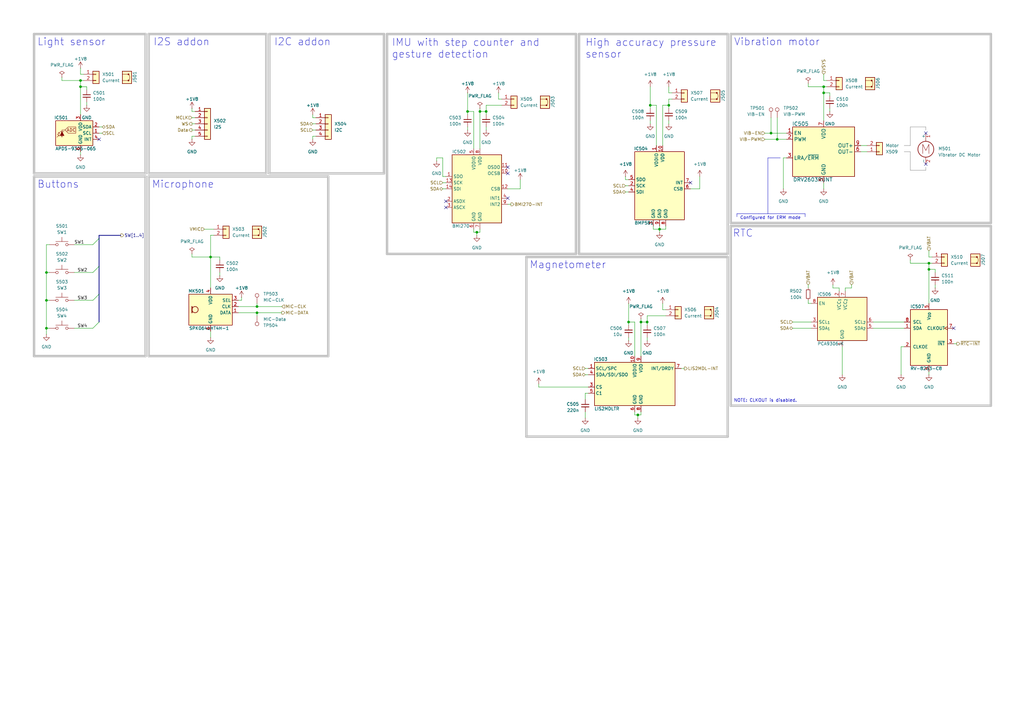
<source format=kicad_sch>
(kicad_sch (version 20250114) (generator "eeschema") (generator_version "9.0")
  (paper "A3")
  (title_block (title "Peripherals") (date "2025-07-13") (rev "${REVISION}") (company "${COMPANY}"))
  (text "Vibration motor" (at 300.99 19.05 0) (effects (font (size 3 3)) (justify left bottom)))
  (text "I2S addon" (at 62.865 19.05 0) (effects (font (size 3 3)) (justify left bottom)))
  (text "I2C addon" (at 112.395 19.05 0) (effects (font (size 3 3)) (justify left bottom)))
  (text "Magnetometer" (at 217.17 110.49 0) (effects (font (size 3 3)) (justify left bottom)))
  (text "Configured for ERM mode" (at 303.53 90.17 0) (effects (font (size 1.27 1.27)) (justify left bottom)))
  (text "High accuracy pressure\nsensor" (at 240.03 24.13 0) (effects (font (size 3 3)) (justify left bottom)))
  (text "Buttons" (at 15.24 77.47 0) (effects (font (size 3 3)) (justify left bottom)))
  (text "RTC" (at 300.482 97.536 0) (effects (font (size 3 3)) (justify left bottom)))
  (text "Microphone" (at 62.23 77.47 0) (effects (font (size 3 3)) (justify left bottom)))
  (text "Light sensor" (at 15.24 19.05 0) (effects (font (size 3 3)) (justify left bottom)))
  (text "IMU with step counter and\ngesture detection" (at 160.655 24.13 0) (effects (font (size 3 3)) (justify left bottom)))
  (text "NOTE: CLKOUT is disabled." (at 300.99 165.1 0) (effects (font (size 1.27 1.27)) (justify left bottom)))
  (junction (at 262.89 132.08))
  (junction (at 196.85 45.72))
  (junction (at 381 110.49))
  (junction (at 19.05 134.62))
  (junction (at 337.82 35.56))
  (junction (at 105.41 128.27))
  (junction (at 199.39 45.72))
  (junction (at 195.58 95.25))
  (junction (at 86.36 105.41))
  (junction (at 318.77 57.15))
  (junction (at 261.62 170.18))
  (junction (at 257.81 132.08))
  (junction (at 270.51 93.98))
  (junction (at 381 107.95))
  (junction (at 19.05 111.76))
  (junction (at 337.82 38.1))
  (junction (at 274.32 43.18))
  (junction (at 265.43 132.08))
  (junction (at 266.7 43.18))
  (junction (at 19.05 123.19))
  (junction (at 33.02 35.56))
  (junction (at 33.02 33.02))
  (junction (at 105.41 125.73))
  (junction (at 316.23 54.61))
  (junction (at 191.77 45.72))
  (no_connect (at 208.28 81.28))
  (no_connect (at 182.88 82.55))
  (no_connect (at 208.28 71.12))
  (no_connect (at 391.16 134.62))
  (no_connect (at 208.28 68.58))
  (no_connect (at 379.73 54.61))
  (no_connect (at 283.21 74.93))
  (no_connect (at 379.73 67.31))
  (no_connect (at 40.64 57.15))
  (no_connect (at 182.88 85.09))
  (bus_entry (at 38.1 123.19) (size 2.54 -2.54))
  (bus_entry (at 38.1 111.76) (size 2.54 -2.54))
  (bus_entry (at 38.1 134.62) (size 2.54 -2.54))
  (bus_entry (at 40.64 97.79) (size -2.54 2.54))
  (wire (pts (xy 269.24 43.18) (xy 269.24 59.69)))
  (wire (pts (xy 381 110.49) (xy 383.54 110.49)))
  (wire (pts (xy 99.06 121.92) (xy 99.06 123.19)))
  (wire (pts (xy 38.1 100.33) (xy 30.48 100.33)))
  (polyline (pts (xy 59.69 146.05) (xy 13.97 146.05)) (stroke (width 1) (type solid) (color 194 194 194 1)))
  (wire (pts (xy 331.47 35.56) (xy 331.47 34.29)))
  (polyline (pts (xy 134.62 72.39) (xy 134.62 146.05)) (stroke (width 1) (type solid) (color 194 194 194 1)))
  (wire (pts (xy 331.47 123.19) (xy 331.47 124.46)))
  (wire (pts (xy 30.48 111.76) (xy 38.1 111.76)))
  (wire (pts (xy 331.47 116.84) (xy 331.47 118.11)))
  (wire (pts (xy 337.82 38.1) (xy 340.36 38.1)))
  (wire (pts (xy 83.82 93.98) (xy 87.63 93.98)))
  (wire (pts (xy 262.89 132.08) (xy 265.43 132.08)))
  (wire (pts (xy 381 107.95) (xy 381 110.49)))
  (wire (pts (xy 267.97 92.71) (xy 267.97 93.98)))
  (wire (pts (xy 194.31 95.25) (xy 195.58 95.25)))
  (wire (pts (xy 208.28 77.47) (xy 213.36 77.47)))
  (wire (pts (xy 270.51 93.98) (xy 270.51 95.25)))
  (wire (pts (xy 349.25 116.84) (xy 349.25 118.11)))
  (wire (pts (xy 199.39 43.18) (xy 199.39 45.72)))
  (wire (pts (xy 80.01 55.88) (xy 78.74 55.88)))
  (polyline (pts (xy 406.4 92.71) (xy 299.72 92.71)) (stroke (width 1) (type solid) (color 194 194 194 1)))
  (wire (pts (xy 274.32 43.18) (xy 271.78 43.18)))
  (wire (pts (xy 19.05 111.76) (xy 19.05 123.19)))
  (wire (pts (xy 90.17 111.76) (xy 90.17 113.03)))
  (wire (pts (xy 196.85 93.98) (xy 196.85 95.25)))
  (polyline (pts (xy 236.22 104.14) (xy 158.75 104.14)) (stroke (width 1) (type solid) (color 194 194 194 1)))
  (wire (pts (xy 191.77 38.1) (xy 191.77 45.72)))
  (polyline (pts (xy 215.9 105.41) (xy 298.45 105.41)) (stroke (width 1) (type solid) (color 194 194 194 1)))
  (polyline (pts (xy 60.96 71.12) (xy 109.22 71.12)) (stroke (width 1) (type solid) (color 194 194 194 1)))
  (wire (pts (xy 261.62 171.45) (xy 261.62 170.18)))
  (wire (pts (xy 191.77 52.07) (xy 191.77 53.34)))
  (wire (pts (xy 257.81 78.74) (xy 256.54 78.74)))
  (wire (pts (xy 373.38 107.95) (xy 373.38 106.68)))
  (polyline (pts (xy 237.49 13.97) (xy 237.49 104.14)) (stroke (width 1) (type solid) (color 194 194 194 1)))
  (wire (pts (xy 337.82 35.56) (xy 331.47 35.56)))
  (wire (pts (xy 129.54 48.26) (xy 128.27 48.26)))
  (wire (pts (xy 20.32 123.19) (xy 19.05 123.19)))
  (wire (pts (xy 35.56 36.83) (xy 35.56 35.56)))
  (polyline (pts (xy 157.48 71.12) (xy 157.48 13.97)) (stroke (width 1) (type solid) (color 194 194 194 1)))
  (wire (pts (xy 382.27 105.41) (xy 381 105.41)))
  (wire (pts (xy 279.4 151.13) (xy 280.67 151.13)))
  (polyline (pts (xy 236.22 13.97) (xy 236.22 104.14)) (stroke (width 1) (type solid) (color 194 194 194 1)))
  (wire (pts (xy 313.69 57.15) (xy 318.77 57.15)))
  (wire (pts (xy 20.32 100.33) (xy 19.05 100.33)))
  (wire (pts (xy 19.05 100.33) (xy 19.05 111.76)))
  (wire (pts (xy 337.82 74.93) (xy 337.82 77.47)))
  (wire (pts (xy 274.32 49.53) (xy 274.32 50.8)))
  (wire (pts (xy 331.47 124.46) (xy 332.74 124.46)))
  (wire (pts (xy 204.47 40.64) (xy 205.74 40.64)))
  (polyline (pts (xy 237.49 13.97) (xy 298.45 13.97)) (stroke (width 1) (type solid) (color 194 194 194 1)))
  (wire (pts (xy 275.59 40.64) (xy 274.32 40.64)))
  (wire (pts (xy 337.82 35.56) (xy 337.82 38.1)))
  (wire (pts (xy 86.36 105.41) (xy 86.36 118.11)))
  (wire (pts (xy 181.61 77.47) (xy 182.88 77.47)))
  (polyline (pts (xy 109.22 71.12) (xy 109.22 13.97)) (stroke (width 1) (type solid) (color 194 194 194 1)))
  (wire (pts (xy 78.74 55.88) (xy 78.74 57.15)))
  (wire (pts (xy 20.32 134.62) (xy 19.05 134.62)))
  (wire (pts (xy 256.54 73.66) (xy 256.54 72.39)))
  (polyline (pts (xy 13.97 13.97) (xy 59.69 13.97)) (stroke (width 1) (type solid) (color 194 194 194 1)))
  (wire (pts (xy 345.44 142.24) (xy 345.44 153.67)))
  (wire (pts (xy 97.79 128.27) (xy 105.41 128.27)))
  (wire (pts (xy 265.43 132.08) (xy 265.43 133.35)))
  (wire (pts (xy 383.54 116.84) (xy 383.54 118.11)))
  (wire (pts (xy 358.14 132.08) (xy 370.84 132.08)))
  (wire (pts (xy 266.7 43.18) (xy 266.7 44.45)))
  (wire (pts (xy 344.17 118.11) (xy 344.17 119.38)))
  (wire (pts (xy 19.05 134.62) (xy 19.05 137.16)))
  (wire (pts (xy 196.85 45.72) (xy 196.85 60.96)))
  (bus (pts (xy 40.64 96.52) (xy 49.53 96.52)))
  (wire (pts (xy 341.63 116.84) (xy 341.63 118.11)))
  (polyline (pts (xy 330.2 87.63) (xy 330.2 88.9)))
  (wire (pts (xy 381 102.87) (xy 381 105.41)))
  (wire (pts (xy 318.77 57.15) (xy 322.58 57.15)))
  (polyline (pts (xy 406.4 92.71) (xy 406.4 166.37)) (stroke (width 1) (type solid) (color 194 194 194 1)))
  (wire (pts (xy 266.7 43.18) (xy 269.24 43.18)))
  (wire (pts (xy 128.27 55.88) (xy 128.27 57.15)))
  (wire (pts (xy 80.01 45.72) (xy 78.74 45.72)))
  (wire (pts (xy 97.79 123.19) (xy 99.06 123.19)))
  (wire (pts (xy 97.79 125.73) (xy 105.41 125.73)))
  (polyline (pts (xy 60.96 71.12) (xy 60.96 13.97)) (stroke (width 1) (type solid) (color 194 194 194 1)))
  (wire (pts (xy 340.36 38.1) (xy 340.36 39.37)))
  (wire (pts (xy 204.47 38.1) (xy 204.47 40.64)))
  (wire (pts (xy 195.58 95.25) (xy 195.58 96.52)))
  (wire (pts (xy 19.05 123.19) (xy 19.05 134.62)))
  (wire (pts (xy 78.74 48.26) (xy 80.01 48.26)))
  (polyline (pts (xy 60.96 72.39) (xy 60.96 146.05)) (stroke (width 1) (type solid) (color 194 194 194 1)))
  (polyline (pts (xy 298.45 13.97) (xy 298.45 104.14)) (stroke (width 1) (type solid) (color 194 194 194 1)))
  (wire (pts (xy 240.03 153.67) (xy 241.3 153.67)))
  (wire (pts (xy 208.28 83.82) (xy 209.55 83.82)))
  (polyline (pts (xy 299.72 166.37) (xy 406.4 166.37)) (stroke (width 1) (type solid) (color 194 194 194 1)))
  (polyline (pts (xy 13.97 13.97) (xy 13.97 71.12)) (stroke (width 1) (type solid) (color 194 194 194 1)))
  (wire (pts (xy 339.09 33.02) (xy 337.82 33.02)))
  (wire (pts (xy 87.63 96.52) (xy 86.36 96.52)))
  (wire (pts (xy 182.88 72.39) (xy 181.61 72.39)))
  (polyline (pts (xy 59.69 13.97) (xy 59.69 71.12)) (stroke (width 1) (type solid) (color 194 194 194 1)))
  (polyline (pts (xy 298.45 104.14) (xy 237.49 104.14)) (stroke (width 1) (type solid) (color 194 194 194 1)))
  (wire (pts (xy 105.41 125.73) (xy 115.57 125.73)))
  (wire (pts (xy 86.36 105.41) (xy 78.74 105.41)))
  (wire (pts (xy 316.23 54.61) (xy 322.58 54.61)))
  (wire (pts (xy 129.54 55.88) (xy 128.27 55.88)))
  (wire (pts (xy 318.77 48.26) (xy 318.77 57.15)))
  (wire (pts (xy 353.06 59.69) (xy 355.6 59.69)))
  (wire (pts (xy 181.61 64.77) (xy 179.07 64.77)))
  (wire (pts (xy 313.69 54.61) (xy 316.23 54.61)))
  (wire (pts (xy 181.61 72.39) (xy 181.61 64.77)))
  (wire (pts (xy 273.05 129.54) (xy 265.43 129.54)))
  (polyline (pts (xy 60.96 146.05) (xy 134.62 146.05)) (stroke (width 1) (type solid) (color 194 194 194 1)))
  (polyline (pts (xy 110.49 13.97) (xy 157.48 13.97)) (stroke (width 1) (type solid) (color 194 194 194 1)))
  (wire (pts (xy 33.02 35.56) (xy 35.56 35.56)))
  (wire (pts (xy 358.14 134.62) (xy 370.84 134.62)))
  (wire (pts (xy 128.27 46.99) (xy 128.27 48.26)))
  (wire (pts (xy 260.35 168.91) (xy 260.35 170.18)))
  (wire (pts (xy 194.31 45.72) (xy 191.77 45.72)))
  (wire (pts (xy 273.05 127) (xy 271.78 127)))
  (wire (pts (xy 33.02 33.02) (xy 25.4 33.02)))
  (wire (pts (xy 240.03 168.91) (xy 240.03 171.45)))
  (wire (pts (xy 194.31 93.98) (xy 194.31 95.25)))
  (wire (pts (xy 321.31 64.77) (xy 321.31 77.47)))
  (polyline (pts (xy 379.73 69.85) (xy 373.38 69.85)) (stroke (width 0) (type solid) (color 132 132 132 1)))
  (wire (pts (xy 34.29 33.02) (xy 33.02 33.02)))
  (wire (pts (xy 275.59 38.1) (xy 274.32 38.1)))
  (wire (pts (xy 369.57 153.67) (xy 369.57 142.24)))
  (polyline (pts (xy 158.75 13.97) (xy 236.22 13.97)) (stroke (width 1) (type solid) (color 194 194 194 1)))
  (polyline (pts (xy 298.45 179.07) (xy 215.9 179.07)) (stroke (width 1) (type solid) (color 194 194 194 1)))
  (wire (pts (xy 78.74 53.34) (xy 80.01 53.34)))
  (wire (pts (xy 274.32 35.56) (xy 274.32 38.1)))
  (polyline (pts (xy 406.4 13.97) (xy 406.4 91.44)) (stroke (width 1) (type solid) (color 194 194 194 1)))
  (wire (pts (xy 261.62 170.18) (xy 260.35 170.18)))
  (wire (pts (xy 33.02 33.02) (xy 33.02 35.56)))
  (polyline (pts (xy 110.49 71.12) (xy 110.49 13.97)) (stroke (width 1) (type solid) (color 194 194 194 1)))
  (polyline (pts (xy 320.04 64.77) (xy 314.96 64.77)))
  (wire (pts (xy 240.03 161.29) (xy 241.3 161.29)))
  (polyline (pts (xy 311.15 87.63) (xy 330.2 87.63)))
  (wire (pts (xy 257.81 138.43) (xy 257.81 139.7)))
  (polyline (pts (xy 13.97 72.39) (xy 13.97 146.05)) (stroke (width 1) (type solid) (color 194 194 194 1)))
  (wire (pts (xy 265.43 129.54) (xy 265.43 132.08)))
  (wire (pts (xy 20.32 111.76) (xy 19.05 111.76)))
  (polyline (pts (xy 373.38 52.07) (xy 379.73 52.07)) (stroke (width 0) (type solid) (color 132 132 132 1)))
  (wire (pts (xy 241.3 158.75) (xy 220.98 158.75)))
  (wire (pts (xy 346.71 118.11) (xy 346.71 119.38)))
  (wire (pts (xy 33.02 62.23) (xy 33.02 63.5)))
  (bus (pts (xy 40.64 109.22) (xy 40.64 120.65)))
  (wire (pts (xy 273.05 93.98) (xy 270.51 93.98)))
  (wire (pts (xy 213.36 77.47) (xy 213.36 73.66)))
  (wire (pts (xy 90.17 105.41) (xy 86.36 105.41)))
  (wire (pts (xy 337.82 30.48) (xy 337.82 33.02)))
  (wire (pts (xy 325.12 132.08) (xy 332.74 132.08)))
  (polyline (pts (xy 158.75 13.97) (xy 158.75 104.14)) (stroke (width 1) (type solid) (color 194 194 194 1)))
  (wire (pts (xy 30.48 134.62) (xy 38.1 134.62)))
  (polyline (pts (xy 59.69 72.39) (xy 59.69 146.05)) (stroke (width 1) (type solid) (color 194 194 194 1)))
  (wire (pts (xy 316.23 48.26) (xy 316.23 54.61)))
  (wire (pts (xy 105.41 128.27) (xy 105.41 129.54)))
  (wire (pts (xy 199.39 45.72) (xy 199.39 46.99)))
  (wire (pts (xy 256.54 76.2) (xy 257.81 76.2)))
  (polyline (pts (xy 379.73 52.07) (xy 379.73 53.34)) (stroke (width 0) (type solid) (color 132 132 132 1)))
  (wire (pts (xy 40.64 54.61) (xy 41.91 54.61)))
  (wire (pts (xy 30.48 123.19) (xy 38.1 123.19)))
  (wire (pts (xy 179.07 64.77) (xy 179.07 66.04)))
  (wire (pts (xy 78.74 105.41) (xy 78.74 104.14)))
  (wire (pts (xy 194.31 60.96) (xy 194.31 45.72)))
  (wire (pts (xy 383.54 111.76) (xy 383.54 110.49)))
  (wire (pts (xy 105.41 124.46) (xy 105.41 125.73)))
  (wire (pts (xy 287.02 72.39) (xy 287.02 77.47)))
  (wire (pts (xy 33.02 27.94) (xy 33.02 30.48)))
  (wire (pts (xy 381 153.67) (xy 381 152.4)))
  (wire (pts (xy 240.03 151.13) (xy 241.3 151.13)))
  (polyline (pts (xy 60.96 13.97) (xy 109.22 13.97)) (stroke (width 1) (type solid) (color 194 194 194 1)))
  (bus (pts (xy 40.64 96.52) (xy 40.64 97.79)))
  (wire (pts (xy 40.64 52.07) (xy 41.91 52.07)))
  (polyline (pts (xy 59.69 72.39) (xy 13.97 72.39)) (stroke (width 1) (type solid) (color 194 194 194 1)))
  (wire (pts (xy 257.81 132.08) (xy 260.35 132.08)))
  (wire (pts (xy 369.57 142.24) (xy 370.84 142.24)))
  (wire (pts (xy 128.27 53.34) (xy 129.54 53.34)))
  (polyline (pts (xy 311.15 87.63) (xy 302.26 87.63)))
  (wire (pts (xy 381 107.95) (xy 373.38 107.95)))
  (wire (pts (xy 196.85 45.72) (xy 199.39 45.72)))
  (wire (pts (xy 382.27 107.95) (xy 381 107.95)))
  (wire (pts (xy 199.39 52.07) (xy 199.39 53.34)))
  (polyline (pts (xy 370.84 62.23) (xy 373.38 62.23)) (stroke (width 0) (type solid) (color 132 132 132 1)))
  (wire (pts (xy 191.77 45.72) (xy 191.77 46.99)))
  (wire (pts (xy 196.85 95.25) (xy 195.58 95.25)))
  (wire (pts (xy 270.51 92.71) (xy 270.51 93.98)))
  (polyline (pts (xy 59.69 71.12) (xy 13.97 71.12)) (stroke (width 1) (type solid) (color 194 194 194 1)))
  (wire (pts (xy 262.89 132.08) (xy 262.89 146.05)))
  (wire (pts (xy 205.74 43.18) (xy 199.39 43.18)))
  (polyline (pts (xy 299.72 91.44) (xy 406.4 91.44)) (stroke (width 1) (type solid) (color 194 194 194 1)))
  (wire (pts (xy 34.29 30.48) (xy 33.02 30.48)))
  (wire (pts (xy 270.51 93.98) (xy 267.97 93.98)))
  (wire (pts (xy 220.98 157.48) (xy 220.98 158.75)))
  (polyline (pts (xy 370.84 59.69) (xy 373.38 59.69)) (stroke (width 0) (type solid) (color 132 132 132 1)))
  (wire (pts (xy 322.58 64.77) (xy 321.31 64.77)))
  (polyline (pts (xy 379.73 68.58) (xy 379.73 69.85)) (stroke (width 0) (type solid) (color 132 132 132 1)))
  (wire (pts (xy 181.61 74.93) (xy 182.88 74.93)))
  (wire (pts (xy 274.32 43.18) (xy 274.32 44.45)))
  (wire (pts (xy 78.74 50.8) (xy 80.01 50.8)))
  (wire (pts (xy 271.78 124.46) (xy 271.78 127)))
  (wire (pts (xy 381 124.46) (xy 381 110.49)))
  (wire (pts (xy 266.7 35.56) (xy 266.7 43.18)))
  (wire (pts (xy 196.85 44.45) (xy 196.85 45.72)))
  (polyline (pts (xy 299.72 92.71) (xy 299.72 166.37)) (stroke (width 1) (type solid) (color 194 194 194 1)))
  (wire (pts (xy 337.82 38.1) (xy 337.82 49.53)))
  (wire (pts (xy 349.25 118.11) (xy 346.71 118.11)))
  (wire (pts (xy 90.17 105.41) (xy 90.17 106.68)))
  (wire (pts (xy 261.62 170.18) (xy 262.89 170.18)))
  (wire (pts (xy 257.81 133.35) (xy 257.81 132.08)))
  (wire (pts (xy 391.16 140.97) (xy 392.43 140.97)))
  (wire (pts (xy 287.02 77.47) (xy 283.21 77.47)))
  (wire (pts (xy 105.41 128.27) (xy 115.57 128.27)))
  (wire (pts (xy 86.36 96.52) (xy 86.36 105.41)))
  (wire (pts (xy 339.09 35.56) (xy 337.82 35.56)))
  (wire (pts (xy 260.35 132.08) (xy 260.35 146.05)))
  (polyline (pts (xy 373.38 69.85) (xy 373.38 62.23)) (stroke (width 0) (type solid) (color 132 132 132 1)))
  (wire (pts (xy 353.06 62.23) (xy 355.6 62.23)))
  (polyline (pts (xy 314.96 64.77) (xy 314.96 87.63)))
  (wire (pts (xy 35.56 41.91) (xy 35.56 43.18)))
  (wire (pts (xy 325.12 134.62) (xy 332.74 134.62)))
  (polyline (pts (xy 373.38 59.69) (xy 373.38 52.07)) (stroke (width 0) (type solid) (color 132 132 132 1)))
  (wire (pts (xy 257.81 73.66) (xy 256.54 73.66)))
  (polyline (pts (xy 60.96 72.39) (xy 134.62 72.39)) (stroke (width 1) (type solid) (color 194 194 194 1)))
  (polyline (pts (xy 302.26 87.63) (xy 302.26 88.9)))
  (wire (pts (xy 271.78 43.18) (xy 271.78 59.69)))
  (wire (pts (xy 128.27 50.8) (xy 129.54 50.8)))
  (wire (pts (xy 274.32 40.64) (xy 274.32 43.18)))
  (wire (pts (xy 78.74 44.45) (xy 78.74 45.72)))
  (wire (pts (xy 86.36 135.89) (xy 86.36 138.43)))
  (wire (pts (xy 266.7 49.53) (xy 266.7 50.8)))
  (wire (pts (xy 257.81 124.46) (xy 257.81 132.08)))
  (polyline (pts (xy 298.45 105.41) (xy 298.45 179.07)) (stroke (width 1) (type solid) (color 194 194 194 1)))
  (wire (pts (xy 33.02 35.56) (xy 33.02 46.99)))
  (wire (pts (xy 25.4 33.02) (xy 25.4 31.75)))
  (wire (pts (xy 273.05 92.71) (xy 273.05 93.98)))
  (polyline (pts (xy 406.4 13.97) (xy 299.72 13.97)) (stroke (width 1) (type solid) (color 194 194 194 1)))
  (bus (pts (xy 40.64 97.79) (xy 40.64 109.22)))
  (bus (pts (xy 40.64 120.65) (xy 40.64 132.08)))
  (polyline (pts (xy 299.72 13.97) (xy 299.72 91.44)) (stroke (width 1) (type solid) (color 194 194 194 1)))
  (polyline (pts (xy 215.9 105.41) (xy 215.9 179.07)) (stroke (width 1) (type solid) (color 194 194 194 1)))
  (wire (pts (xy 340.36 44.45) (xy 340.36 45.72)))
  (wire (pts (xy 262.89 130.81) (xy 262.89 132.08)))
  (wire (pts (xy 265.43 139.7) (xy 265.43 138.43)))
  (wire (pts (xy 341.63 118.11) (xy 344.17 118.11)))
  (wire (pts (xy 240.03 163.83) (xy 240.03 161.29)))
  (polyline (pts (xy 110.49 71.12) (xy 157.48 71.12)) (stroke (width 1) (type solid) (color 194 194 194 1)))
  (wire (pts (xy 262.89 170.18) (xy 262.89 168.91)))
  (label "SW3" (at 31.75 123.19 0))
  (label "SW4" (at 31.75 134.62 0))
  (label "SW1" (at 30.48 100.33 0))
  (label "SW2" (at 31.75 111.76 0))
  (hierarchical_label "LIS2MDL-INT" (shape output) (at 280.67 151.13 0))
  (hierarchical_label "MIC-DATA" (shape output) (at 115.57 128.27 0))
  (hierarchical_label "VSYS" (shape input) (at 337.82 30.48 90))
  (hierarchical_label "SCL" (shape input) (at 41.91 54.61 0))
  (hierarchical_label "MCLK" (shape input) (at 78.74 48.26 180))
  (hierarchical_label "SCL" (shape input) (at 240.03 151.13 180))
  (hierarchical_label "VBAT" (shape input) (at 349.25 116.84 90))
  (hierarchical_label "SDA" (shape bidirectional) (at 325.12 134.62 180))
  (hierarchical_label "VIB-EN" (shape input) (at 313.69 54.61 180))
  (hierarchical_label "SW[1..4]" (shape output) (at 49.53 96.52 0))
  (hierarchical_label "SCL" (shape input) (at 128.27 53.34 180))
  (hierarchical_label "SDA" (shape bidirectional) (at 240.03 153.67 180))
  (hierarchical_label "VBAT" (shape input) (at 331.47 116.84 90))
  (hierarchical_label "WS" (shape output) (at 78.74 50.8 180))
  (hierarchical_label "BMI270-INT" (shape output) (at 209.55 83.82 0))
  (hierarchical_label "SCL" (shape input) (at 325.12 132.08 180))
  (hierarchical_label "~{RTC-INT}" (shape output) (at 392.43 140.97 0))
  (hierarchical_label "SDA" (shape bidirectional) (at 181.61 77.47 180))
  (hierarchical_label "SDA" (shape bidirectional) (at 128.27 50.8 180))
  (hierarchical_label "VBAT" (shape input) (at 381 102.87 90))
  (hierarchical_label "SCL" (shape input) (at 181.61 74.93 180))
  (hierarchical_label "SDA" (shape bidirectional) (at 41.91 52.07 0))
  (hierarchical_label "MIC-CLK" (shape input) (at 115.57 125.73 0))
  (hierarchical_label "Data" (shape output) (at 78.74 53.34 180))
  (hierarchical_label "SDA" (shape bidirectional) (at 256.54 78.74 180))
  (hierarchical_label "SCL" (shape input) (at 256.54 76.2 180))
  (hierarchical_label "VIB-PWM" (shape input) (at 313.69 57.15 180))
  (hierarchical_label "VMIC" (shape input) (at 83.82 93.98 180))
  (symbol (lib_id "Connector_Generic:Conn_01x02") (at 360.68 62.23 0) (mirror x) (unit 1)
    (property "Reference" "X509" (at 363.22 62.23 0) (effects (justify left)))
    (property "Value" "Motor" (at 363.22 59.69 0) (effects (justify left)))
    (property "Footprint" "Molex:78171-0002" (effects (hide yes)))
    (property "Datasheet" "https://www.molex.com/en-us/products/part-detail-pdf/781710002?display=pdf" (effects (hide yes)))
    (property "Description" "Generic connector, single row, 01x02, script generated (kicad-library-utils/schlib/autogen/connector/)" (effects (hide yes)))
    (property "manf" "Molex" (effects (hide yes)))
    (property "manf#" "78171-0002" (effects (hide yes)))
    (property "mouser#" "538-78171-0002" (effects (hide yes)))
  )
  (symbol (lib_id "Switch:SW_Push") (at 25.4 123.19 0) (unit 1)
    (property "Reference" "S503" (at 25.4 115.57 0))
    (property "Value" "SW3" (at 25.4 118.11 0))
    (property "Footprint" "Wuerth:WS-TASV-6x6" (effects (hide yes)))
    (property "Datasheet" "https://www.we-online.com/components/products/datasheet/430182050816.pdf" (effects (hide yes)))
    (property "Description" "Push button switch, generic, two pins" (effects (hide yes)))
    (property "manf" "Wurth Elektronik" (effects (hide yes)))
    (property "manf#" "430182050816" (effects (hide yes)))
    (property "mouser#" "710-430182050816" (effects (hide yes)))
  )
  (symbol (lib_id "power:GND") (at 257.81 139.7 0) (unit 1)
    (property "Reference" "#PWR0524" (effects (hide yes)))
    (property "Value" "GND" (at 257.81 144.78 0))
    (property "Description" "Power symbol creates a global label with name \"GND\" , ground" (effects (hide yes)))
  )
  (symbol (lib_id "power:GND") (at 261.62 171.45 0) (unit 1)
    (property "Reference" "#PWR0525" (effects (hide yes)))
    (property "Value" "GND" (at 261.62 176.53 0))
    (property "Description" "Power symbol creates a global label with name \"GND\" , ground" (effects (hide yes)))
  )
  (symbol (lib_id "power:PWR_FLAG") (at 331.47 34.29 0) (unit 1)
    (property "Reference" "#FLG0505" (effects (hide yes)))
    (property "Value" "PWR_FLAG" (at 331.47 29.21 0))
    (property "Description" "Special symbol for telling ERC where power comes from" (effects (hide yes)))
  )
  (symbol (lib_id "Connector_Generic:Conn_01x02") (at 280.67 38.1 0) (unit 1)
    (property "Reference" "X507" (at 283.21 38.0999 0) (effects (justify left)))
    (property "Value" "Current" (at 283.21 40.6399 0) (effects (justify left)))
    (property "Footprint" "Connector_PinHeader_2.54mm:PinHeader_1x02_P2.54mm_Vertical" (effects (hide yes)))
    (property "Datasheet" "https://cdn.amphenol-cs.com/media/wysiwyg/files/documentation/datasheet/boardwiretoboard/bwb_bergstik.pdf" (effects (hide yes)))
    (property "Description" "Generic connector, single row, 01x02, script generated (kicad-library-utils/schlib/autogen/connector/)" (effects (hide yes)))
    (property "manf" "Amphenol FCI" (effects (hide yes)))
    (property "manf#" "77311-818-02LF" (effects (hide yes)))
    (property "mouser#" "649-77311-818-02LF" (effects (hide yes)))
  )
  (symbol (lib_id "power:PWR_FLAG") (at 196.85 44.45 0) (unit 1)
    (property "Reference" "#FLG0503" (effects (hide yes)))
    (property "Value" "PWR_FLAG" (at 196.85 39.37 0))
    (property "Description" "Special symbol for telling ERC where power comes from" (effects (hide yes)))
  )
  (symbol (lib_id "power:PWR_FLAG") (at 373.38 106.68 0) (unit 1)
    (property "Reference" "#FLG0506" (effects (hide yes)))
    (property "Value" "PWR_FLAG" (at 373.38 101.6 0))
    (property "Description" "Special symbol for telling ERC where power comes from" (effects (hide yes)))
  )
  (symbol (lib_id "power:GND") (at 369.57 153.67 0) (unit 1)
    (property "Reference" "#PWR0539" (effects (hide yes)))
    (property "Value" "GND" (at 369.57 158.75 0))
    (property "Description" "Power symbol creates a global label with name \"GND\" , ground" (effects (hide yes)))
  )
  (symbol (lib_id "Misc:Jumper") (at 400.05 106.68 180) (unit 1) (on_board no)
    (property "Reference" "J507" (at 403.225 104.14 90) (effects (justify left)))
    (property "Value" "Jumper" (effects (hide yes)))
    (property "Datasheet" "https://www.we-online.com/katalog/datasheet/60900213421.pdf" (effects (hide yes)))
    (property "Description" "Generic jumper cap" (effects (hide yes)))
    (property "manf" "Würth Elektronik" (effects (hide yes)))
    (property "manf#" "60900213421" (effects (hide yes)))
    (property "mouser#" "710-60900213421" (effects (hide yes)))
  )
  (symbol (lib_id "Device:C_Small") (at 265.43 135.89 0) (mirror y) (unit 1)
    (property "Reference" "C507" (at 267.97 134.6263 0) (effects (justify right)))
    (property "Value" "100n" (at 267.97 137.1663 0) (effects (justify right)))
    (property "Footprint" "Capacitor_SMD:C_0402_1005Metric" (effects (hide yes)))
    (property "Datasheet" "https://datasheets.kyocera-avx.com/KGM_X7R.pdf" (effects (hide yes)))
    (property "Description" "Unpolarized capacitor, small symbol" (effects (hide yes)))
    (property "manf" "KYOCERA AVX" (effects (hide yes)))
    (property "manf#" "0402ZC104KAT4A" (effects (hide yes)))
    (property "mouser#" "581-0402ZC104KAT4A" (effects (hide yes)))
  )
  (symbol (lib_id "power:+1V8") (at 274.32 35.56 0) (unit 1)
    (property "Reference" "#PWR0531" (effects (hide yes)))
    (property "Value" "+1V8" (at 274.32 30.48 0))
    (property "Description" "Power symbol creates a global label with name \"+1V8\"" (effects (hide yes)))
  )
  (symbol (lib_id "Micro Crystal:RV-8263-C8") (at 381 138.43 0) (unit 1)
    (property "Reference" "IC507" (at 373.38 125.73 0) (effects (justify left)))
    (property "Value" "RV-8263-C8" (at 373.38 151.13 0) (effects (justify left)))
    (property "Footprint" "Micro Crystal:RV-8263-C8" (effects (hide yes)))
    (property "Datasheet" "https://www.microcrystal.com/fileadmin/Media/Products/RTC/Datasheet/RV-8263-C8.pdf" (effects (hide yes)))
    (property "manf" "Micro Crystal" (effects (hide yes)))
    (property "manf#" "RV-8263-C8 32.768kHz-20PPM-TA-QA" (effects (hide yes)))
    (property "mouser#" "428-204291-MC01" (effects (hide yes)))
  )
  (symbol (lib_id "Device:C_Small") (at 383.54 114.3 0) (mirror y) (unit 1)
    (property "Reference" "C511" (at 386.08 113.0363 0) (effects (justify right)))
    (property "Value" "100n" (at 386.08 115.5763 0) (effects (justify right)))
    (property "Footprint" "Capacitor_SMD:C_0402_1005Metric" (effects (hide yes)))
    (property "Datasheet" "https://datasheets.kyocera-avx.com/KGM_X7R.pdf" (effects (hide yes)))
    (property "Description" "Unpolarized capacitor, small symbol" (effects (hide yes)))
    (property "manf" "KYOCERA AVX" (effects (hide yes)))
    (property "manf#" "0402ZC104KAT4A" (effects (hide yes)))
    (property "mouser#" "581-0402ZC104KAT4A" (effects (hide yes)))
  )
  (symbol (lib_id "power:GND") (at 90.17 113.03 0) (unit 1)
    (property "Reference" "#PWR0509" (effects (hide yes)))
    (property "Value" "GND" (at 90.17 118.11 0))
    (property "Description" "Power symbol creates a global label with name \"GND\" , ground" (effects (hide yes)))
  )
  (symbol (lib_id "power:GND") (at 33.02 63.5 0) (unit 1)
    (property "Reference" "#PWR0503" (effects (hide yes)))
    (property "Value" "GND" (at 33.02 68.58 0))
    (property "Description" "Power symbol creates a global label with name \"GND\" , ground" (effects (hide yes)))
  )
  (symbol (lib_id "Device:C_Small") (at 266.7 46.99 180) (unit 1)
    (property "Reference" "C508" (at 264.16 45.7136 0) (effects (justify left)))
    (property "Value" "100n" (at 264.16 48.2536 0) (effects (justify left)))
    (property "Footprint" "Capacitor_SMD:C_0402_1005Metric" (effects (hide yes)))
    (property "Datasheet" "https://datasheets.kyocera-avx.com/KGM_X7R.pdf" (effects (hide yes)))
    (property "Description" "Unpolarized capacitor, small symbol" (effects (hide yes)))
    (property "manf" "KYOCERA AVX" (effects (hide yes)))
    (property "manf#" "0402ZC104KAT4A" (effects (hide yes)))
    (property "mouser#" "581-0402ZC104KAT4A" (effects (hide yes)))
  )
  (symbol (lib_id "power:PWR_FLAG") (at 78.74 104.14 0) (unit 1)
    (property "Reference" "#FLG0502" (effects (hide yes)))
    (property "Value" "PWR_FLAG" (at 78.74 99.06 0))
    (property "Description" "Special symbol for telling ERC where power comes from" (effects (hide yes)))
  )
  (symbol (lib_id "Connector_Generic:Conn_01x02") (at 278.13 127 0) (unit 1)
    (property "Reference" "X506" (at 280.67 126.9999 0) (effects (justify left)))
    (property "Value" "Current" (at 280.67 129.5399 0) (effects (justify left)))
    (property "Footprint" "Connector_PinHeader_2.54mm:PinHeader_1x02_P2.54mm_Vertical" (effects (hide yes)))
    (property "Datasheet" "https://cdn.amphenol-cs.com/media/wysiwyg/files/documentation/datasheet/boardwiretoboard/bwb_bergstik.pdf" (effects (hide yes)))
    (property "Description" "Generic connector, single row, 01x02, script generated (kicad-library-utils/schlib/autogen/connector/)" (effects (hide yes)))
    (property "manf" "Amphenol FCI" (effects (hide yes)))
    (property "manf#" "77311-818-02LF" (effects (hide yes)))
    (property "mouser#" "649-77311-818-02LF" (effects (hide yes)))
  )
  (symbol (lib_id "power:GND") (at 199.39 53.34 0) (unit 1)
    (property "Reference" "#PWR0518" (effects (hide yes)))
    (property "Value" "GND" (at 199.39 58.42 0))
    (property "Description" "Power symbol creates a global label with name \"GND\" , ground" (effects (hide yes)))
  )
  (symbol (lib_id "Motor:Motor_DC") (at 379.73 59.69 0) (unit 1) (in_bom no) (on_board no)
    (property "Reference" "M501" (at 384.81 60.9599 0) (effects (justify left)))
    (property "Value" "Vibrator DC Motor" (at 384.81 63.4999 0) (effects (justify left)))
    (property "Description" "DC Motor" (effects (hide yes)))
    (property "manf" "Vybronics Inc" (effects (hide yes)))
    (property "manf#" "VC1027B902F" (effects (hide yes)))
    (property "digikey#" "1670-VC1027B902F-ND" (effects (hide yes)))
  )
  (symbol (lib_id "Texas Instruments:DRV2603RUNT") (at 337.82 60.96 0) (unit 1)
    (property "Reference" "IC505" (at 328.295 50.8 0) (effects (font (size 1.524 1.524))))
    (property "Value" "DRV2603RUNT" (at 333.375 73.66 0) (effects (font (size 1.524 1.524))))
    (property "Footprint" "Package_QFN:WQFN-10_2x2mm_P0.5mm" (effects (hide yes)))
    (property "Datasheet" "https://www.ti.com/lit/ds/symlink/drv2603.pdf?HQS=dis-mous-null-mousermode-dsf-pf-null-wwe&ts=1692200896697&ref_url=https%253A%252F%252Feu.mouser.com%252F" (effects (hide yes)))
    (property "manf" "Texas Instruments" (effects (hide yes)))
    (property "manf#" "DRV2603RUNT" (effects (hide yes)))
    (property "mouser#" "595-DRV2603RUNT" (effects (hide yes)))
  )
  (symbol (lib_id "Misc:Jumper") (at 52.07 31.75 180) (unit 1) (on_board no)
    (property "Reference" "J501" (at 55.245 29.21 90) (effects (justify left)))
    (property "Value" "Jumper" (effects (hide yes)))
    (property "Datasheet" "https://www.we-online.com/katalog/datasheet/60900213421.pdf" (effects (hide yes)))
    (property "Description" "Generic jumper cap" (effects (hide yes)))
    (property "manf" "Würth Elektronik" (effects (hide yes)))
    (property "manf#" "60900213421" (effects (hide yes)))
    (property "mouser#" "710-60900213421" (effects (hide yes)))
  )
  (symbol (lib_id "Device:C_Small") (at 240.03 166.37 0) (unit 1)
    (property "Reference" "C505" (at 237.49 165.7413 0) (effects (justify right)))
    (property "Value" "220n" (at 237.49 168.2813 0) (effects (justify right)))
    (property "Footprint" "Capacitor_SMD:C_0402_1005Metric" (effects (hide yes)))
    (property "Datasheet" "https://datasheets.kyocera-avx.com/KGM_X7R.pdf" (effects (hide yes)))
    (property "Description" "Unpolarized capacitor, small symbol" (effects (hide yes)))
    (property "manf" "KYOCERA AVX" (effects (hide yes)))
    (property "manf#" "04023C224KAT2A" (effects (hide yes)))
    (property "mouser#" "581-04023C224KAT2A" (effects (hide yes)))
  )
  (symbol (lib_id "power:+1V8") (at 287.02 72.39 0) (unit 1)
    (property "Reference" "#PWR0533" (effects (hide yes)))
    (property "Value" "+1V8" (at 287.02 67.31 0))
    (property "Description" "Power symbol creates a global label with name \"+1V8\"" (effects (hide yes)))
  )
  (symbol (lib_id "power:+1V8") (at 99.06 121.92 0) (unit 1)
    (property "Reference" "#PWR0510" (effects (hide yes)))
    (property "Value" "+1V8" (at 99.06 118.11 0))
    (property "Description" "Power symbol creates a global label with name \"+1V8\"" (effects (hide yes)))
  )
  (symbol (lib_id "Misc:Jumper") (at 356.87 34.29 180) (unit 1) (on_board no)
    (property "Reference" "J506" (at 360.045 31.75 90) (effects (justify left)))
    (property "Value" "Jumper" (effects (hide yes)))
    (property "Datasheet" "https://www.we-online.com/katalog/datasheet/60900213421.pdf" (effects (hide yes)))
    (property "Description" "Generic jumper cap" (effects (hide yes)))
    (property "manf" "Würth Elektronik" (effects (hide yes)))
    (property "manf#" "60900213421" (effects (hide yes)))
    (property "mouser#" "710-60900213421" (effects (hide yes)))
  )
  (symbol (lib_id "power:GND") (at 274.32 50.8 0) (mirror y) (unit 1)
    (property "Reference" "#PWR0532" (effects (hide yes)))
    (property "Value" "GND" (at 274.32 55.88 0))
    (property "Description" "Power symbol creates a global label with name \"GND\" , ground" (effects (hide yes)))
  )
  (symbol (lib_id "Bosch_Kampi:BMI270") (at 195.58 77.47 0) (unit 1)
    (property "Reference" "IC502" (at 185.42 62.23 0) (effects (justify left)))
    (property "Value" "BMI270" (at 185.42 92.71 0) (effects (justify left)))
    (property "Footprint" "Package_LGA_Kampi:Bosch_LGA-14_3x2.5mm_P0.5mm_LayoutBorder3x4y" (effects (hide yes)))
    (property "Datasheet" "https://www.bosch-sensortec.com/media/boschsensortec/downloads/datasheets/bst-bmi270-ds000.pdf" (effects (hide yes)))
    (property "manf" "Bosch" (effects (hide yes)))
    (property "manf#" "BMI270" (effects (hide yes)))
    (property "mouser#" "262-BMI270" (effects (hide yes)))
  )
  (symbol (lib_id "Device:C_Small") (at 274.32 46.99 0) (mirror y) (unit 1)
    (property "Reference" "C509" (at 276.86 45.7263 0) (effects (justify right)))
    (property "Value" "100n" (at 276.86 48.2663 0) (effects (justify right)))
    (property "Footprint" "Capacitor_SMD:C_0402_1005Metric" (effects (hide yes)))
    (property "Datasheet" "https://datasheets.kyocera-avx.com/KGM_X7R.pdf" (effects (hide yes)))
    (property "Description" "Unpolarized capacitor, small symbol" (effects (hide yes)))
    (property "manf" "KYOCERA AVX" (effects (hide yes)))
    (property "manf#" "0402ZC104KAT4A" (effects (hide yes)))
    (property "mouser#" "581-0402ZC104KAT4A" (effects (hide yes)))
  )
  (symbol (lib_id "Misc:Jumper") (at 105.41 95.25 180) (unit 1) (on_board no)
    (property "Reference" "J502" (at 108.585 92.71 90) (effects (justify left)))
    (property "Value" "Jumper" (effects (hide yes)))
    (property "Datasheet" "https://www.we-online.com/katalog/datasheet/60900213421.pdf" (effects (hide yes)))
    (property "Description" "Generic jumper cap" (effects (hide yes)))
    (property "manf" "Würth Elektronik" (effects (hide yes)))
    (property "manf#" "60900213421" (effects (hide yes)))
    (property "mouser#" "710-60900213421" (effects (hide yes)))
  )
  (symbol (lib_id "power:PWR_FLAG") (at 25.4 31.75 0) (unit 1)
    (property "Reference" "#FLG0501" (effects (hide yes)))
    (property "Value" "PWR_FLAG" (at 25.4 26.67 0))
    (property "Description" "Special symbol for telling ERC where power comes from" (effects (hide yes)))
  )
  (symbol (lib_id "Sensor_Optical:APDS-9306-065") (at 30.48 54.61 0) (unit 1)
    (property "Reference" "IC501" (at 27.94 48.26 0) (effects (justify right)))
    (property "Value" "APDS-9306-065" (at 39.37 60.96 0) (effects (justify right)))
    (property "Footprint" "Broadcom:Broadcom_DFN-6_2x2mm_P0.65mm" (effects (hide yes)))
    (property "Datasheet" "https://docs.broadcom.com/docs/AV02-4755EN" (effects (hide yes)))
    (property "Description" "Ambient Light Sensor, I2C interface, 1.7-3.6V, DFN-6" (effects (hide yes)))
    (property "manf" "Broadcom / Avago" (effects (hide yes)))
    (property "manf#" "APDS-9306-065" (effects (hide yes)))
    (property "mouser#" "630-APDS-9306-065" (effects (hide yes)))
  )
  (symbol (lib_id "Switch:SW_Push") (at 25.4 134.62 0) (mirror y) (unit 1)
    (property "Reference" "S504" (at 25.4 127 0))
    (property "Value" "SW4" (at 25.4 129.54 0))
    (property "Footprint" "Wuerth:WS-TASV-6x6" (effects (hide yes)))
    (property "Datasheet" "https://www.we-online.com/components/products/datasheet/430182050816.pdf" (effects (hide yes)))
    (property "Description" "Push button switch, generic, two pins" (effects (hide yes)))
    (property "manf" "Wurth Elektronik" (effects (hide yes)))
    (property "manf#" "430182050816" (effects (hide yes)))
    (property "mouser#" "710-430182050816" (effects (hide yes)))
  )
  (symbol (lib_id "power:GND") (at 321.31 77.47 0) (unit 1)
    (property "Reference" "#PWR0534" (effects (hide yes)))
    (property "Value" "GND" (at 321.31 82.55 0))
    (property "Description" "Power symbol creates a global label with name \"GND\" , ground" (effects (hide yes)))
  )
  (symbol (lib_id "Device:C_Small") (at 191.77 49.53 0) (unit 1)
    (property "Reference" "C503" (at 189.23 48.2663 0) (effects (justify right)))
    (property "Value" "100n" (at 189.23 50.8063 0) (effects (justify right)))
    (property "Footprint" "Capacitor_SMD:C_0402_1005Metric" (effects (hide yes)))
    (property "Datasheet" "https://datasheets.kyocera-avx.com/KGM_X7R.pdf" (effects (hide yes)))
    (property "Description" "Unpolarized capacitor, small symbol" (effects (hide yes)))
    (property "manf" "KYOCERA AVX" (effects (hide yes)))
    (property "manf#" "0402ZC104KAT4A" (effects (hide yes)))
    (property "mouser#" "581-0402ZC104KAT4A" (effects (hide yes)))
  )
  (symbol (lib_id "power:GND") (at 240.03 171.45 0) (unit 1)
    (property "Reference" "#PWR0521" (effects (hide yes)))
    (property "Value" "GND" (at 240.03 176.53 0))
    (property "Description" "Power symbol creates a global label with name \"GND\" , ground" (effects (hide yes)))
  )
  (symbol (lib_id "Connector:TestPoint") (at 318.77 48.26 0) (unit 1) (in_bom no)
    (property "Reference" "TP502" (at 321.31 44.323 0) (effects (justify left)))
    (property "Value" "VIB-PWM" (at 321.31 46.863 0) (effects (justify left)))
    (property "Footprint" "Testpoints:TestPoint_Pad_D1.0mm" (effects (hide yes)))
    (property "Description" "test point" (effects (hide yes)))
  )
  (symbol (lib_id "power:GND") (at 270.51 95.25 0) (unit 1)
    (property "Reference" "#PWR0530" (effects (hide yes)))
    (property "Value" "GND" (at 270.51 100.33 0))
    (property "Description" "Power symbol creates a global label with name \"GND\" , ground" (effects (hide yes)))
  )
  (symbol (lib_id "power:GND") (at 35.56 43.18 0) (unit 1)
    (property "Reference" "#PWR0504" (effects (hide yes)))
    (property "Value" "GND" (at 35.56 48.26 0))
    (property "Description" "Power symbol creates a global label with name \"GND\" , ground" (effects (hide yes)))
  )
  (symbol (lib_id "Connector_Generic:Conn_01x02") (at 92.71 93.98 0) (unit 1)
    (property "Reference" "X503" (at 95.25 93.9799 0) (effects (justify left)))
    (property "Value" "Current" (at 95.25 96.5199 0) (effects (justify left)))
    (property "Footprint" "Connector_PinHeader_2.54mm:PinHeader_1x02_P2.54mm_Vertical" (effects (hide yes)))
    (property "Datasheet" "https://cdn.amphenol-cs.com/media/wysiwyg/files/documentation/datasheet/boardwiretoboard/bwb_bergstik.pdf" (effects (hide yes)))
    (property "Description" "Generic connector, single row, 01x02, script generated (kicad-library-utils/schlib/autogen/connector/)" (effects (hide yes)))
    (property "manf" "Amphenol FCI" (effects (hide yes)))
    (property "manf#" "77311-818-02LF" (effects (hide yes)))
    (property "mouser#" "649-77311-818-02LF" (effects (hide yes)))
  )
  (symbol (lib_id "Device:C_Small") (at 35.56 39.37 0) (mirror y) (unit 1)
    (property "Reference" "C501" (at 38.1 38.1063 0) (effects (justify right)))
    (property "Value" "100n" (at 38.1 40.6463 0) (effects (justify right)))
    (property "Footprint" "Capacitor_SMD:C_0402_1005Metric" (effects (hide yes)))
    (property "Datasheet" "https://datasheets.kyocera-avx.com/KGM_X7R.pdf" (effects (hide yes)))
    (property "Description" "Unpolarized capacitor, small symbol" (effects (hide yes)))
    (property "manf" "KYOCERA AVX" (effects (hide yes)))
    (property "manf#" "0402ZC104KAT4A" (effects (hide yes)))
    (property "mouser#" "581-0402ZC104KAT4A" (effects (hide yes)))
  )
  (symbol (lib_id "ST:LIS2MDLTR") (at 261.62 158.75 0) (unit 1)
    (property "Reference" "IC503" (at 246.38 147.32 0))
    (property "Value" "LIS2MDLTR" (at 248.92 167.64 0))
    (property "Footprint" "Package_LGA_Kampi:LGA-12_2x2mm_P0.5mm" (effects (hide yes)))
    (property "Datasheet" "http://www.st.com/content/ccc/resource/technical/document/datasheet/group3/29/13/d1/e0/9a/4d/4f/30/DM00395193/files/DM00395193.pdf/jcr:content/translations/en.DM00395193.pdf" (effects (hide yes)))
    (property "manf" "STMicroelectronics" (effects (hide yes)))
    (property "manf#" "LIS2MDLTR" (effects (hide yes)))
    (property "mouser#" "511-LIS2MDLTR" (effects (hide yes)))
  )
  (symbol (lib_id "Device:R_Small") (at 331.47 120.65 0) (mirror x) (unit 1)
    (property "Reference" "R502" (at 328.93 119.38 0) (effects (justify right)))
    (property "Value" "100k" (at 328.93 121.92 0) (effects (justify right)))
    (property "Footprint" "Resistor_SMD:R_0402_1005Metric" (effects (hide yes)))
    (property "Datasheet" "https://www.mouser.com/catalog/specsheets/YAGEO_PYu_RC_Group_51_RoHS_L_12.pdf" (effects (hide yes)))
    (property "Description" "Resistor, small symbol" (effects (hide yes)))
    (property "manf" "YAGEO" (effects (hide yes)))
    (property "manf#" "RC0404FR-07100KL" (effects (hide yes)))
    (property "mouser#" "603-RC0404FR-07100KL" (effects (hide yes)))
  )
  (symbol (lib_id "power:+1V8") (at 341.63 116.84 0) (unit 1)
    (property "Reference" "#PWR0537" (effects (hide yes)))
    (property "Value" "+1V8" (at 341.63 111.76 0))
    (property "Description" "Power symbol creates a global label with name \"+1V8\"" (effects (hide yes)))
  )
  (symbol (lib_id "power:+1V8") (at 266.7 35.56 0) (unit 1)
    (property "Reference" "#PWR0528" (effects (hide yes)))
    (property "Value" "+1V8" (at 266.7 30.48 0))
    (property "Description" "Power symbol creates a global label with name \"+1V8\"" (effects (hide yes)))
  )
  (symbol (lib_id "power:+1V8") (at 271.78 124.46 0) (unit 1)
    (property "Reference" "#PWR0526" (effects (hide yes)))
    (property "Value" "+1V8" (at 271.78 119.38 0))
    (property "Description" "Power symbol creates a global label with name \"+1V8\"" (effects (hide yes)))
  )
  (symbol (lib_id "power:+1V8") (at 256.54 72.39 0) (unit 1)
    (property "Reference" "#PWR0522" (effects (hide yes)))
    (property "Value" "+1V8" (at 256.54 67.31 0))
    (property "Description" "Power symbol creates a global label with name \"+1V8\"" (effects (hide yes)))
  )
  (symbol (lib_id "Misc:Jumper") (at 293.37 39.37 180) (unit 1) (on_board no)
    (property "Reference" "J505" (at 296.545 36.83 90) (effects (justify left)))
    (property "Value" "Jumper" (effects (hide yes)))
    (property "Datasheet" "https://www.we-online.com/katalog/datasheet/60900213421.pdf" (effects (hide yes)))
    (property "Description" "Generic jumper cap" (effects (hide yes)))
    (property "manf" "Würth Elektronik" (effects (hide yes)))
    (property "manf#" "60900213421" (effects (hide yes)))
    (property "mouser#" "710-60900213421" (effects (hide yes)))
  )
  (symbol (lib_id "power:GND") (at 179.07 66.04 0) (unit 1)
    (property "Reference" "#PWR0513" (effects (hide yes)))
    (property "Value" "GND" (at 179.07 71.12 0))
    (property "Description" "Power symbol creates a global label with name \"GND\" , ground" (effects (hide yes)))
  )
  (symbol (lib_id "power:GND") (at 191.77 53.34 0) (unit 1)
    (property "Reference" "#PWR0515" (effects (hide yes)))
    (property "Value" "GND" (at 191.77 58.42 0))
    (property "Description" "Power symbol creates a global label with name \"GND\" , ground" (effects (hide yes)))
  )
  (symbol (lib_id "Connector_Generic:Conn_01x02") (at 344.17 33.02 0) (unit 1)
    (property "Reference" "X508" (at 346.71 33.0199 0) (effects (justify left)))
    (property "Value" "Current" (at 346.71 35.5599 0) (effects (justify left)))
    (property "Footprint" "Connector_PinHeader_2.54mm:PinHeader_1x02_P2.54mm_Vertical" (effects (hide yes)))
    (property "Datasheet" "https://cdn.amphenol-cs.com/media/wysiwyg/files/documentation/datasheet/boardwiretoboard/bwb_bergstik.pdf" (effects (hide yes)))
    (property "Description" "Generic connector, single row, 01x02, script generated (kicad-library-utils/schlib/autogen/connector/)" (effects (hide yes)))
    (property "manf" "Amphenol FCI" (effects (hide yes)))
    (property "manf#" "77311-818-02LF" (effects (hide yes)))
    (property "mouser#" "649-77311-818-02LF" (effects (hide yes)))
  )
  (symbol (lib_id "power:+1V8") (at 191.77 38.1 0) (unit 1)
    (property "Reference" "#PWR0514" (effects (hide yes)))
    (property "Value" "+1V8" (at 191.77 34.29 0))
    (property "Description" "Power symbol creates a global label with name \"+1V8\"" (effects (hide yes)))
  )
  (symbol (lib_id "power:GND") (at 86.36 138.43 0) (unit 1)
    (property "Reference" "#PWR0508" (effects (hide yes)))
    (property "Value" "GND" (at 86.36 143.51 0))
    (property "Description" "Power symbol creates a global label with name \"GND\" , ground" (effects (hide yes)))
  )
  (symbol (lib_id "Device:C_Small") (at 340.36 41.91 0) (unit 1)
    (property "Reference" "C510" (at 342.9 40.6463 0) (effects (justify left)))
    (property "Value" "100n" (at 342.9 43.1863 0) (effects (justify left)))
    (property "Footprint" "Capacitor_SMD:C_0402_1005Metric" (effects (hide yes)))
    (property "Datasheet" "https://datasheets.kyocera-avx.com/KGM_X7R.pdf" (effects (hide yes)))
    (property "Description" "Unpolarized capacitor, small symbol" (effects (hide yes)))
    (property "manf" "KYOCERA AVX" (effects (hide yes)))
    (property "manf#" "0402ZC104KAT4A" (effects (hide yes)))
    (property "mouser#" "581-0402ZC104KAT4A" (effects (hide yes)))
  )
  (symbol (lib_id "Switch:SW_Push") (at 25.4 100.33 0) (mirror y) (unit 1)
    (property "Reference" "S501" (at 25.4 92.71 0))
    (property "Value" "SW1" (at 25.4 95.25 0))
    (property "Footprint" "Wuerth:WS-TASV-6x6" (effects (hide yes)))
    (property "Datasheet" "https://www.we-online.com/components/products/datasheet/430182050816.pdf" (effects (hide yes)))
    (property "Description" "Push button switch, generic, two pins" (effects (hide yes)))
    (property "manf" "Wurth Elektronik" (effects (hide yes)))
    (property "manf#" "430182050816" (effects (hide yes)))
    (property "mouser#" "710-430182050816" (effects (hide yes)))
  )
  (symbol (lib_id "Connector_Generic:Conn_01x05") (at 85.09 50.8 0) (unit 1)
    (property "Reference" "X502" (at 87.63 49.5299 0) (effects (justify left)))
    (property "Value" "I2S" (at 87.63 52.0699 0) (effects (justify left)))
    (property "Footprint" "Connector_PinHeader_2.54mm:PinHeader_1x05_P2.54mm_Vertical" (effects (hide yes)))
    (property "Datasheet" "https://cdn.amphenol-cs.com/media/wysiwyg/files/documentation/datasheet/boardwiretoboard/bwb_bergstik.pdf" (effects (hide yes)))
    (property "Description" "Generic connector, single row, 01x05, script generated (kicad-library-utils/schlib/autogen/connector/)" (effects (hide yes)))
    (property "manf" "Amphenol FCI" (effects (hide yes)))
    (property "manf#" "77311-818-05LF" (effects (hide yes)))
    (property "mouser#" "649-77311-818-05LF" (effects (hide yes)))
  )
  (symbol (lib_id "Connector:TestPoint") (at 105.41 129.54 0) (mirror x) (unit 1) (in_bom no)
    (property "Reference" "TP504" (at 107.95 133.477 0) (effects (justify left)))
    (property "Value" "MIC-Data" (at 107.95 130.937 0) (effects (justify left)))
    (property "Footprint" "Testpoints:TestPoint_Pad_D1.0mm" (effects (hide yes)))
    (property "Description" "test point" (effects (hide yes)))
  )
  (symbol (lib_id "power:+1V8") (at 33.02 27.94 0) (unit 1)
    (property "Reference" "#PWR0502" (effects (hide yes)))
    (property "Value" "+1V8" (at 33.02 24.13 0))
    (property "Description" "Power symbol creates a global label with name \"+1V8\"" (effects (hide yes)))
  )
  (symbol (lib_id "power:GND") (at 195.58 96.52 0) (unit 1)
    (property "Reference" "#PWR0516" (effects (hide yes)))
    (property "Value" "GND" (at 195.58 101.6 0))
    (property "Description" "Power symbol creates a global label with name \"GND\" , ground" (effects (hide yes)))
  )
  (symbol (lib_id "power:GND") (at 345.44 153.67 0) (unit 1)
    (property "Reference" "#PWR0538" (effects (hide yes)))
    (property "Value" "GND" (at 345.44 158.75 0))
    (property "Description" "Power symbol creates a global label with name \"GND\" , ground" (effects (hide yes)))
  )
  (symbol (lib_id "power:+1V8") (at 128.27 46.99 0) (unit 1)
    (property "Reference" "#PWR0511" (effects (hide yes)))
    (property "Value" "+1V8" (at 128.27 43.18 0))
    (property "Description" "Power symbol creates a global label with name \"+1V8\"" (effects (hide yes)))
  )
  (symbol (lib_id "Connector_Generic:Conn_01x02") (at 387.35 105.41 0) (unit 1)
    (property "Reference" "X510" (at 389.89 105.4099 0) (effects (justify left)))
    (property "Value" "Current" (at 389.89 107.9499 0) (effects (justify left)))
    (property "Footprint" "Connector_PinHeader_2.54mm:PinHeader_1x02_P2.54mm_Vertical" (effects (hide yes)))
    (property "Datasheet" "https://cdn.amphenol-cs.com/media/wysiwyg/files/documentation/datasheet/boardwiretoboard/bwb_bergstik.pdf" (effects (hide yes)))
    (property "Description" "Generic connector, single row, 01x02, script generated (kicad-library-utils/schlib/autogen/connector/)" (effects (hide yes)))
    (property "manf" "Amphenol FCI" (effects (hide yes)))
    (property "manf#" "77311-818-02LF" (effects (hide yes)))
    (property "mouser#" "649-77311-818-02LF" (effects (hide yes)))
  )
  (symbol (lib_id "Connector:TestPoint") (at 316.23 48.26 0) (mirror y) (unit 1) (in_bom no)
    (property "Reference" "TP501" (at 313.69 44.323 0) (effects (justify left)))
    (property "Value" "VIB-EN" (at 313.69 46.863 0) (effects (justify left)))
    (property "Footprint" "Testpoints:TestPoint_Pad_D1.0mm" (effects (hide yes)))
    (property "Description" "test point" (effects (hide yes)))
  )
  (symbol (lib_id "Switch:SW_Push") (at 25.4 111.76 0) (unit 1)
    (property "Reference" "S502" (at 25.4 104.14 0))
    (property "Value" "SW2" (at 25.4 106.68 0))
    (property "Footprint" "Wuerth:WS-TASV-6x6" (effects (hide yes)))
    (property "Datasheet" "https://www.we-online.com/components/products/datasheet/430182050816.pdf" (effects (hide yes)))
    (property "Description" "Push button switch, generic, two pins" (effects (hide yes)))
    (property "manf" "Wurth Elektronik" (effects (hide yes)))
    (property "manf#" "430182050816" (effects (hide yes)))
    (property "mouser#" "710-430182050816" (effects (hide yes)))
  )
  (symbol (lib_id "power:GND") (at 78.74 57.15 0) (unit 1)
    (property "Reference" "#PWR0506" (effects (hide yes)))
    (property "Value" "GND" (at 78.74 62.23 0))
    (property "Description" "Power symbol creates a global label with name \"GND\" , ground" (effects (hide yes)))
  )
  (symbol (lib_id "Connector:TestPoint") (at 105.41 124.46 0) (unit 1) (in_bom no)
    (property "Reference" "TP503" (at 107.95 120.523 0) (effects (justify left)))
    (property "Value" "MIC-CLK" (at 107.95 123.063 0) (effects (justify left)))
    (property "Footprint" "Testpoints:TestPoint_Pad_D1.0mm" (effects (hide yes)))
    (property "Description" "test point" (effects (hide yes)))
  )
  (symbol (lib_id "Misc:Jumper") (at 290.83 128.27 180) (unit 1) (on_board no)
    (property "Reference" "J504" (at 294.005 125.73 90) (effects (justify left)))
    (property "Value" "Jumper" (effects (hide yes)))
    (property "Datasheet" "https://www.we-online.com/katalog/datasheet/60900213421.pdf" (effects (hide yes)))
    (property "Description" "Generic jumper cap" (effects (hide yes)))
    (property "manf" "Würth Elektronik" (effects (hide yes)))
    (property "manf#" "60900213421" (effects (hide yes)))
    (property "mouser#" "710-60900213421" (effects (hide yes)))
  )
  (symbol (lib_id "power:GND") (at 340.36 45.72 0) (unit 1)
    (property "Reference" "#PWR0536" (effects (hide yes)))
    (property "Value" "GND" (at 340.36 50.8 0))
    (property "Description" "Power symbol creates a global label with name \"GND\" , ground" (effects (hide yes)))
  )
  (symbol (lib_id "power:+1V8") (at 204.47 38.1 0) (unit 1)
    (property "Reference" "#PWR0517" (effects (hide yes)))
    (property "Value" "+1V8" (at 204.47 34.29 0))
    (property "Description" "Power symbol creates a global label with name \"+1V8\"" (effects (hide yes)))
  )
  (symbol (lib_id "Connector_Generic:Conn_01x02") (at 210.82 40.64 0) (unit 1)
    (property "Reference" "X505" (at 213.36 40.6399 0) (effects (justify left)))
    (property "Value" "Current" (at 213.36 43.1799 0) (effects (justify left)))
    (property "Footprint" "Connector_PinHeader_2.54mm:PinHeader_1x02_P2.54mm_Vertical" (effects (hide yes)))
    (property "Datasheet" "https://cdn.amphenol-cs.com/media/wysiwyg/files/documentation/datasheet/boardwiretoboard/bwb_bergstik.pdf" (effects (hide yes)))
    (property "Description" "Generic connector, single row, 01x02, script generated (kicad-library-utils/schlib/autogen/connector/)" (effects (hide yes)))
    (property "manf" "Amphenol FCI" (effects (hide yes)))
    (property "manf#" "77311-818-02LF" (effects (hide yes)))
    (property "mouser#" "649-77311-818-02LF" (effects (hide yes)))
  )
  (symbol (lib_id "Knowles:SPK0641HT4H-1") (at 86.36 127 0) (unit 1)
    (property "Reference" "MK501" (at 83.82 119.38 0) (effects (justify right)))
    (property "Value" "SPK0641HT4H-1" (at 93.98 134.62 0) (effects (justify right)))
    (property "Footprint" "Knowles:SPK0641HT4H-1" (effects (hide yes)))
    (property "Datasheet" "https://www.knowles.com/docs/default-source/default-document-library/sph0645lm4h-1-datasheet.pdf" (effects (hide yes)))
    (property "Description" "Digital MEMS Microphone" (effects (hide yes)))
    (property "manf" "Knowles" (effects (hide yes)))
    (property "manf#" "SPK0641HT4H-1" (effects (hide yes)))
    (property "mouser#" "721-SPK0641HT4H-1" (effects (hide yes)))
  )
  (symbol (lib_id "power:GND") (at 266.7 50.8 0) (unit 1)
    (property "Reference" "#PWR0529" (effects (hide yes)))
    (property "Value" "GND" (at 266.7 55.88 0))
    (property "Description" "Power symbol creates a global label with name \"GND\" , ground" (effects (hide yes)))
  )
  (symbol (lib_id "NXP:PCA9306JK") (at 345.44 130.81 0) (unit 1)
    (property "Reference" "IC506" (at 335.28 120.65 0) (effects (justify left)))
    (property "Value" "PCA9306JK" (at 335.28 140.97 0) (effects (justify left)))
    (property "Footprint" "Package_SON_Kampi:XSON-8_0.65x0.17mm_P0.35mm" (effects (hide yes)))
    (property "Datasheet" "https://www.nxp.com/docs/en/data-sheet/PCA9306.pdf" (effects (hide yes)))
    (property "Description" "Dual bidirectional I2C Bus and SMBus voltage level translator" (effects (hide yes)))
    (property "manf" "NXP Semiconductors" (effects (hide yes)))
    (property "manf#" "PCA9306JKZ" (effects (hide yes)))
    (property "mouser#" "771-PCA9306JKZ" (effects (hide yes)))
  )
  (symbol (lib_id "Connector_Generic:Conn_01x02") (at 39.37 30.48 0) (unit 1)
    (property "Reference" "X501" (at 41.91 30.4799 0) (effects (justify left)))
    (property "Value" "Current" (at 41.91 33.0199 0) (effects (justify left)))
    (property "Footprint" "Connector_PinHeader_2.54mm:PinHeader_1x02_P2.54mm_Vertical" (effects (hide yes)))
    (property "Datasheet" "https://cdn.amphenol-cs.com/media/wysiwyg/files/documentation/datasheet/boardwiretoboard/bwb_bergstik.pdf" (effects (hide yes)))
    (property "Description" "Generic connector, single row, 01x02, script generated (kicad-library-utils/schlib/autogen/connector/)" (effects (hide yes)))
    (property "manf" "Amphenol FCI" (effects (hide yes)))
    (property "manf#" "77311-818-02LF" (effects (hide yes)))
    (property "mouser#" "649-77311-818-02LF" (effects (hide yes)))
  )
  (symbol (lib_id "Device:C_Small") (at 90.17 109.22 0) (mirror y) (unit 1)
    (property "Reference" "C502" (at 92.71 107.9563 0) (effects (justify right)))
    (property "Value" "100n" (at 92.71 110.4963 0) (effects (justify right)))
    (property "Footprint" "Capacitor_SMD:C_0402_1005Metric" (effects (hide yes)))
    (property "Datasheet" "https://datasheets.kyocera-avx.com/KGM_X7R.pdf" (effects (hide yes)))
    (property "Description" "Unpolarized capacitor, small symbol" (effects (hide yes)))
    (property "manf" "KYOCERA AVX" (effects (hide yes)))
    (property "manf#" "0402ZC104KAT4A" (effects (hide yes)))
    (property "mouser#" "581-0402ZC104KAT4A" (effects (hide yes)))
  )
  (symbol (lib_id "power:GND") (at 19.05 137.16 0) (unit 1)
    (property "Reference" "#PWR0501" (effects (hide yes)))
    (property "Value" "GND" (at 19.05 142.24 0))
    (property "Description" "Power symbol creates a global label with name \"GND\" , ground" (effects (hide yes)))
  )
  (symbol (lib_id "Connector_Generic:Conn_01x04") (at 134.62 50.8 0) (unit 1)
    (property "Reference" "X504" (at 137.16 50.7999 0) (effects (justify left)))
    (property "Value" "I2C" (at 137.16 53.3399 0) (effects (justify left)))
    (property "Footprint" "Connector_PinHeader_2.54mm:PinHeader_1x04_P2.54mm_Vertical" (effects (hide yes)))
    (property "Datasheet" "https://cdn.amphenol-cs.com/media/wysiwyg/files/documentation/datasheet/boardwiretoboard/bwb_bergstik.pdf" (effects (hide yes)))
    (property "Description" "Generic connector, single row, 01x04, script generated (kicad-library-utils/schlib/autogen/connector/)" (effects (hide yes)))
    (property "manf" "Amphenol FCI" (effects (hide yes)))
    (property "manf#" "77311-818-02LF" (effects (hide yes)))
    (property "mouser#" "649-77311-818-02LF" (effects (hide yes)))
  )
  (symbol (lib_id "power:GND") (at 383.54 118.11 0) (unit 1)
    (property "Reference" "#PWR0541" (effects (hide yes)))
    (property "Value" "GND" (at 383.54 123.19 0))
    (property "Description" "Power symbol creates a global label with name \"GND\" , ground" (effects (hide yes)))
  )
  (symbol (lib_id "power:+1V8") (at 220.98 157.48 0) (unit 1)
    (property "Reference" "#PWR0520" (effects (hide yes)))
    (property "Value" "+1V8" (at 220.98 152.4 0))
    (property "Description" "Power symbol creates a global label with name \"+1V8\"" (effects (hide yes)))
  )
  (symbol (lib_id "power:GND") (at 337.82 77.47 0) (unit 1)
    (property "Reference" "#PWR0535" (effects (hide yes)))
    (property "Value" "GND" (at 337.82 82.55 0))
    (property "Description" "Power symbol creates a global label with name \"GND\" , ground" (effects (hide yes)))
  )
  (symbol (lib_id "power:+1V8") (at 213.36 73.66 0) (unit 1)
    (property "Reference" "#PWR0519" (effects (hide yes)))
    (property "Value" "+1V8" (at 213.36 69.85 0))
    (property "Description" "Power symbol creates a global label with name \"+1V8\"" (effects (hide yes)))
  )
  (symbol (lib_id "power:PWR_FLAG") (at 262.89 130.81 0) (unit 1)
    (property "Reference" "#FLG0504" (effects (hide yes)))
    (property "Value" "PWR_FLAG" (at 262.89 125.73 0))
    (property "Description" "Special symbol for telling ERC where power comes from" (effects (hide yes)))
  )
  (symbol (lib_id "power:GND") (at 128.27 57.15 0) (unit 1)
    (property "Reference" "#PWR0512" (effects (hide yes)))
    (property "Value" "GND" (at 128.27 62.23 0))
    (property "Description" "Power symbol creates a global label with name \"GND\" , ground" (effects (hide yes)))
  )
  (symbol (lib_id "power:GND") (at 381 153.67 0) (unit 1)
    (property "Reference" "#PWR0540" (effects (hide yes)))
    (property "Value" "GND" (at 381 158.75 0))
    (property "Description" "Power symbol creates a global label with name \"GND\" , ground" (effects (hide yes)))
  )
  (symbol (lib_id "Bosch_Kampi:BMP581") (at 270.51 76.2 0) (unit 1)
    (property "Reference" "IC504" (at 262.89 60.96 0))
    (property "Value" "BMP581" (at 264.16 91.44 0))
    (property "Footprint" "Package_LGA_Kampi:Bosch_LGA-10_2x2mm_P0.5mm_ClockwisePinNumbering" (effects (hide yes)))
    (property "Datasheet" "https://www.bosch-sensortec.com/media/boschsensortec/downloads/datasheets/bst-bmp581-ds004.pdf" (effects (hide yes)))
    (property "manf" "Bosch" (effects (hide yes)))
    (property "manf#" "BMP581" (effects (hide yes)))
    (property "mouser#" "262-BMP581" (effects (hide yes)))
  )
  (symbol (lib_id "power:GND") (at 265.43 139.7 0) (unit 1)
    (property "Reference" "#PWR0527" (effects (hide yes)))
    (property "Value" "GND" (at 265.43 144.78 0))
    (property "Description" "Power symbol creates a global label with name \"GND\" , ground" (effects (hide yes)))
  )
  (symbol (lib_id "Device:C_Small") (at 199.39 49.53 180) (unit 1)
    (property "Reference" "C504" (at 201.93 48.2536 0) (effects (justify right)))
    (property "Value" "100n" (at 201.93 50.7936 0) (effects (justify right)))
    (property "Footprint" "Capacitor_SMD:C_0402_1005Metric" (effects (hide yes)))
    (property "Datasheet" "https://datasheets.kyocera-avx.com/KGM_X7R.pdf" (effects (hide yes)))
    (property "Description" "Unpolarized capacitor, small symbol" (effects (hide yes)))
    (property "manf" "KYOCERA AVX" (effects (hide yes)))
    (property "manf#" "0402ZC104KAT4A" (effects (hide yes)))
    (property "mouser#" "581-0402ZC104KAT4A" (effects (hide yes)))
  )
  (symbol (lib_id "power:+1V8") (at 257.81 124.46 0) (unit 1)
    (property "Reference" "#PWR0523" (effects (hide yes)))
    (property "Value" "+1V8" (at 257.81 119.38 0))
    (property "Description" "Power symbol creates a global label with name \"+1V8\"" (effects (hide yes)))
  )
  (symbol (lib_id "Device:C_Small") (at 257.81 135.89 0) (unit 1)
    (property "Reference" "C506" (at 255.27 134.6263 0) (effects (justify right)))
    (property "Value" "10u" (at 255.27 137.1663 0) (effects (justify right)))
    (property "Footprint" "Capacitor_SMD:C_0402_1005Metric" (effects (hide yes)))
    (property "Datasheet" "https://search.murata.co.jp/Ceramy/image/img/A01X/G101/ENG/GRJ155R60J106ME11-02A.pdf" (effects (hide yes)))
    (property "Description" "Unpolarized capacitor, small symbol" (effects (hide yes)))
    (property "manf" "Murata Electronics" (effects (hide yes)))
    (property "manf#" "GRJ155R60J106ME11D" (effects (hide yes)))
    (property "mouser#" "81-GRJ155R60J106ME11D" (effects (hide yes)))
  )
  (symbol (lib_id "power:+1V8") (at 78.74 44.45 0) (unit 1)
    (property "Reference" "#PWR0505" (effects (hide yes)))
    (property "Value" "+1V8" (at 78.74 40.64 0))
    (property "Description" "Power symbol creates a global label with name \"+1V8\"" (effects (hide yes)))
  )
  (symbol (lib_id "Misc:Jumper") (at 223.52 41.91 180) (unit 1) (on_board no)
    (property "Reference" "J503" (at 226.695 39.37 90) (effects (justify left)))
    (property "Value" "Jumper" (effects (hide yes)))
    (property "Datasheet" "https://www.we-online.com/katalog/datasheet/60900213421.pdf" (effects (hide yes)))
    (property "Description" "Generic jumper cap" (effects (hide yes)))
    (property "manf" "Würth Elektronik" (effects (hide yes)))
    (property "manf#" "60900213421" (effects (hide yes)))
    (property "mouser#" "710-60900213421" (effects (hide yes)))
  )
)
</source>
